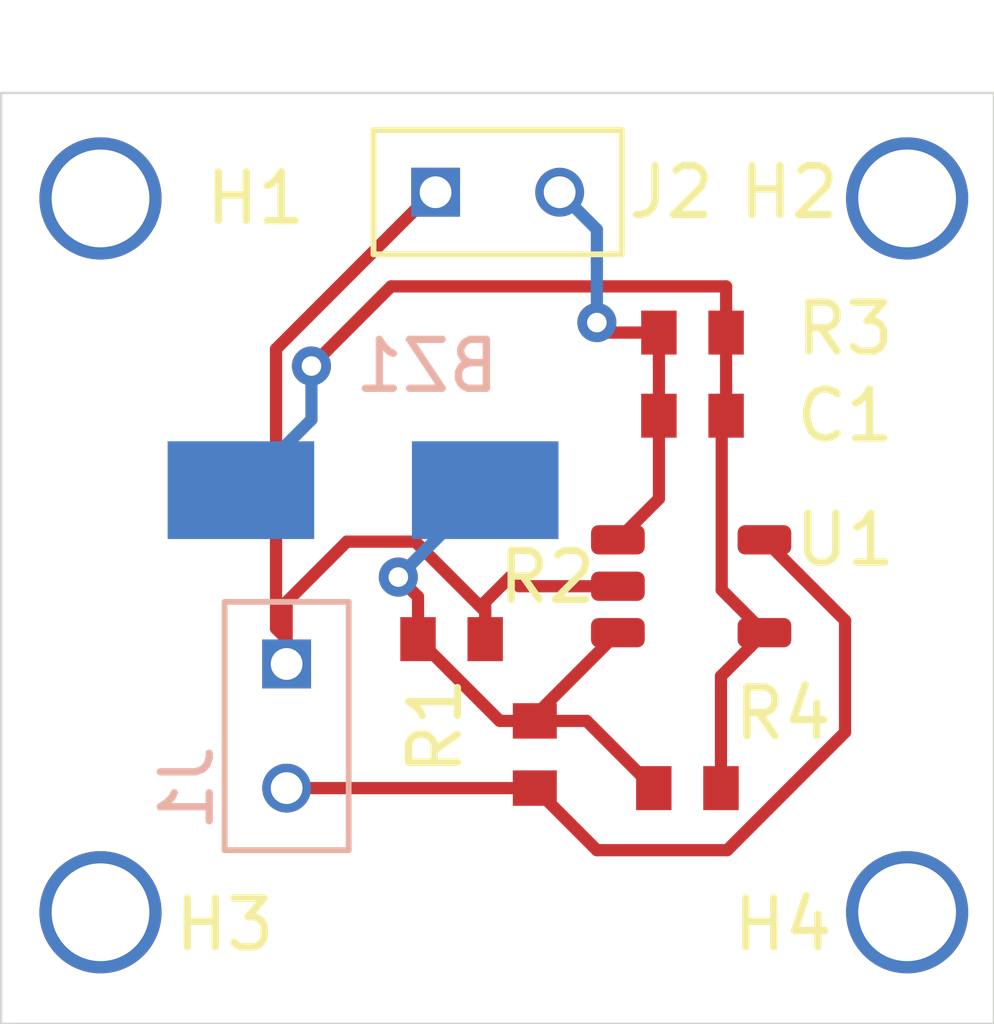
<source format=kicad_pcb>
(kicad_pcb (version 20171130) (host pcbnew 5.1.10)

  (general
    (thickness 1.6)
    (drawings 5)
    (tracks 51)
    (zones 0)
    (modules 13)
    (nets 6)
  )

  (page A4)
  (layers
    (0 F.Cu signal)
    (31 B.Cu signal)
    (32 B.Adhes user)
    (33 F.Adhes user)
    (34 B.Paste user)
    (35 F.Paste user)
    (36 B.SilkS user)
    (37 F.SilkS user)
    (38 B.Mask user)
    (39 F.Mask user)
    (40 Dwgs.User user)
    (41 Cmts.User user)
    (42 Eco1.User user)
    (43 Eco2.User user)
    (44 Edge.Cuts user)
    (45 Margin user)
    (46 B.CrtYd user hide)
    (47 F.CrtYd user hide)
    (48 B.Fab user hide)
    (49 F.Fab user hide)
  )

  (setup
    (last_trace_width 0.25)
    (trace_clearance 0.2)
    (zone_clearance 0.508)
    (zone_45_only no)
    (trace_min 0.2)
    (via_size 0.8)
    (via_drill 0.4)
    (via_min_size 0.4)
    (via_min_drill 0.3)
    (uvia_size 0.3)
    (uvia_drill 0.1)
    (uvias_allowed no)
    (uvia_min_size 0.2)
    (uvia_min_drill 0.1)
    (edge_width 0.05)
    (segment_width 0.2)
    (pcb_text_width 0.3)
    (pcb_text_size 1.5 1.5)
    (mod_edge_width 0.12)
    (mod_text_size 1 1)
    (mod_text_width 0.15)
    (pad_size 1.524 1.524)
    (pad_drill 0.762)
    (pad_to_mask_clearance 0)
    (aux_axis_origin 0 0)
    (visible_elements FFFFFF7F)
    (pcbplotparams
      (layerselection 0x010fc_ffffffff)
      (usegerberextensions false)
      (usegerberattributes true)
      (usegerberadvancedattributes true)
      (creategerberjobfile true)
      (excludeedgelayer true)
      (linewidth 0.100000)
      (plotframeref false)
      (viasonmask false)
      (mode 1)
      (useauxorigin false)
      (hpglpennumber 1)
      (hpglpenspeed 20)
      (hpglpendiameter 15.000000)
      (psnegative false)
      (psa4output false)
      (plotreference true)
      (plotvalue true)
      (plotinvisibletext false)
      (padsonsilk false)
      (subtractmaskfromsilk false)
      (outputformat 1)
      (mirror false)
      (drillshape 0)
      (scaleselection 1)
      (outputdirectory "gerbel_output/"))
  )

  (net 0 "")
  (net 1 "Net-(BZ1-Pad2)")
  (net 2 "Net-(BZ1-Pad1)")
  (net 3 "Net-(C1-Pad2)")
  (net 4 +5V)
  (net 5 GND)

  (net_class Default "This is the default net class."
    (clearance 0.2)
    (trace_width 0.25)
    (via_dia 0.8)
    (via_drill 0.4)
    (uvia_dia 0.3)
    (uvia_drill 0.1)
    (add_net +5V)
    (add_net GND)
    (add_net "Net-(BZ1-Pad1)")
    (add_net "Net-(BZ1-Pad2)")
    (add_net "Net-(C1-Pad2)")
  )

  (module exocam_charge_amp:dupont2x1 (layer F.Cu) (tedit 60AC4566) (tstamp 60AC59E9)
    (at 64.008 48.768)
    (path /60BB220E)
    (fp_text reference J2 (at 2.286 2.54) (layer F.SilkS)
      (effects (font (size 1 1) (thickness 0.15)))
    )
    (fp_text value dupont2x1 (at 0 -0.5) (layer F.Fab)
      (effects (font (size 1 1) (thickness 0.15)))
    )
    (fp_line (start -3.81 1.27) (end 1.27 1.27) (layer F.SilkS) (width 0.12))
    (fp_line (start 1.27 1.27) (end 1.27 3.81) (layer F.SilkS) (width 0.12))
    (fp_line (start 1.27 3.81) (end -3.81 3.81) (layer F.SilkS) (width 0.12))
    (fp_line (start -3.81 3.81) (end -3.81 1.27) (layer F.SilkS) (width 0.12))
    (pad 2 thru_hole circle (at 0 2.54) (size 1 1) (drill 0.65) (layers *.Cu *.Mask)
      (net 3 "Net-(C1-Pad2)"))
    (pad 1 thru_hole rect (at -2.54 2.54) (size 1 1) (drill 0.65) (layers *.Cu *.Mask)
      (net 5 GND))
  )

  (module exocam_charge_amp:mount_hole_2.5mm (layer F.Cu) (tedit 60AC5236) (tstamp 60AC5842)
    (at 72.39 62.23)
    (path /60B99959)
    (fp_text reference H4 (at -3.81 4.064) (layer F.SilkS)
      (effects (font (size 1 1) (thickness 0.15)))
    )
    (fp_text value MountingHole (at 0 -0.5) (layer F.Fab)
      (effects (font (size 1 1) (thickness 0.15)))
    )
    (pad 1 thru_hole circle (at -1.27 3.81) (size 2.5 2.5) (drill 2) (layers *.Cu *.Mask))
  )

  (module exocam_charge_amp:mount_hole_2.5mm (layer F.Cu) (tedit 60AC5236) (tstamp 60AC54CD)
    (at 55.88 62.23)
    (path /60B99095)
    (fp_text reference H3 (at 1.27 4.064) (layer F.SilkS)
      (effects (font (size 1 1) (thickness 0.15)))
    )
    (fp_text value MountingHole (at 0 -0.5) (layer F.Fab)
      (effects (font (size 1 1) (thickness 0.15)))
    )
    (pad 1 thru_hole circle (at -1.27 3.81) (size 2.5 2.5) (drill 2) (layers *.Cu *.Mask))
  )

  (module exocam_charge_amp:mount_hole_2.5mm (layer F.Cu) (tedit 60AC5236) (tstamp 60AC584E)
    (at 72.39 47.625)
    (path /60B9898F)
    (fp_text reference H2 (at -3.683 3.683) (layer F.SilkS)
      (effects (font (size 1 1) (thickness 0.15)))
    )
    (fp_text value MountingHole (at 0 -0.5) (layer F.Fab)
      (effects (font (size 1 1) (thickness 0.15)))
    )
    (pad 1 thru_hole circle (at -1.27 3.81) (size 2.5 2.5) (drill 2) (layers *.Cu *.Mask))
  )

  (module exocam_charge_amp:mount_hole_2.5mm (layer F.Cu) (tedit 60AC5236) (tstamp 60AC54C3)
    (at 55.88 47.625)
    (path /60B97329)
    (fp_text reference H1 (at 1.905 3.81) (layer F.SilkS)
      (effects (font (size 1 1) (thickness 0.15)))
    )
    (fp_text value MountingHole (at 0 -0.5) (layer F.Fab)
      (effects (font (size 1 1) (thickness 0.15)))
    )
    (pad 1 thru_hole circle (at -1.27 3.81) (size 2.5 2.5) (drill 2) (layers *.Cu *.Mask))
  )

  (module exocam_charge_amp:TLV2271DBV (layer F.Cu) (tedit 60AC35F4) (tstamp 60AC4772)
    (at 66.47 55.88)
    (path /60B61039)
    (fp_text reference U1 (at 3.38 2.54) (layer F.SilkS)
      (effects (font (size 1 1) (thickness 0.15)))
    )
    (fp_text value TLV2771CDBVT (at 0 -0.5) (layer F.Fab)
      (effects (font (size 1 1) (thickness 0.15)))
    )
    (pad 4 smd roundrect (at 1.73 4.44) (size 1.1 0.6) (layers F.Cu F.Paste F.Mask) (roundrect_rratio 0.25)
      (net 2 "Net-(BZ1-Pad1)"))
    (pad 3 smd roundrect (at -1.27 4.44) (size 1.1 0.6) (layers F.Cu F.Paste F.Mask) (roundrect_rratio 0.25)
      (net 1 "Net-(BZ1-Pad2)"))
    (pad 2 smd roundrect (at -1.27 3.49) (size 1.1 0.6) (layers F.Cu F.Paste F.Mask) (roundrect_rratio 0.25)
      (net 5 GND))
    (pad 5 smd roundrect (at 1.73 2.54) (size 1.1 0.6) (layers F.Cu F.Paste F.Mask) (roundrect_rratio 0.25)
      (net 4 +5V))
    (pad 1 smd roundrect (at -1.27 2.54) (size 1.1 0.6) (layers F.Cu F.Paste F.Mask) (roundrect_rratio 0.25)
      (net 3 "Net-(C1-Pad2)"))
  )

  (module exocam_charge_amp:0603_R (layer F.Cu) (tedit 60AC3F9B) (tstamp 60AC4769)
    (at 67.205 60.96)
    (path /60AECA35)
    (fp_text reference R4 (at 1.375 1.016) (layer F.SilkS)
      (effects (font (size 1 1) (thickness 0.15)))
    )
    (fp_text value 1M (at 0 -0.5) (layer F.Fab)
      (effects (font (size 1 1) (thickness 0.15)))
    )
    (pad 2 smd rect (at 0.105 2.54) (size 0.725 0.9) (layers F.Cu F.Paste F.Mask)
      (net 2 "Net-(BZ1-Pad1)"))
    (pad 1 smd rect (at -1.27 2.54) (size 0.725 0.9) (layers F.Cu F.Paste F.Mask)
      (net 1 "Net-(BZ1-Pad2)"))
  )

  (module exocam_charge_amp:0603_R (layer F.Cu) (tedit 60AC3F9B) (tstamp 60AC4763)
    (at 66.145 56.72 180)
    (path /60ACB29B)
    (fp_text reference R3 (at -3.705 2.618) (layer F.SilkS)
      (effects (font (size 1 1) (thickness 0.15)))
    )
    (fp_text value 1M (at 0 -0.5) (layer F.Fab)
      (effects (font (size 1 1) (thickness 0.15)))
    )
    (pad 2 smd rect (at 0.105 2.54 180) (size 0.725 0.9) (layers F.Cu F.Paste F.Mask)
      (net 3 "Net-(C1-Pad2)"))
    (pad 1 smd rect (at -1.27 2.54 180) (size 0.725 0.9) (layers F.Cu F.Paste F.Mask)
      (net 2 "Net-(BZ1-Pad1)"))
  )

  (module exocam_charge_amp:0603_R (layer F.Cu) (tedit 60AC3F9B) (tstamp 60AC4BDC)
    (at 62.379 57.912)
    (path /60AC57F6)
    (fp_text reference R2 (at 1.375 1.27) (layer F.SilkS)
      (effects (font (size 1 1) (thickness 0.15)))
    )
    (fp_text value 1k (at 0 -0.5) (layer F.Fab)
      (effects (font (size 1 1) (thickness 0.15)))
    )
    (pad 2 smd rect (at 0.105 2.54) (size 0.725 0.9) (layers F.Cu F.Paste F.Mask)
      (net 5 GND))
    (pad 1 smd rect (at -1.27 2.54) (size 0.725 0.9) (layers F.Cu F.Paste F.Mask)
      (net 1 "Net-(BZ1-Pad2)"))
  )

  (module exocam_charge_amp:0603_R (layer F.Cu) (tedit 60AC3F9B) (tstamp 60AC4757)
    (at 60.96 62.23 90)
    (path /60AC52F9)
    (fp_text reference R1 (at 0 0.5 90) (layer F.SilkS)
      (effects (font (size 1 1) (thickness 0.15)))
    )
    (fp_text value 1k (at 0 -0.5 90) (layer F.Fab)
      (effects (font (size 1 1) (thickness 0.15)))
    )
    (pad 2 smd rect (at 0.105 2.54 90) (size 0.725 0.9) (layers F.Cu F.Paste F.Mask)
      (net 1 "Net-(BZ1-Pad2)"))
    (pad 1 smd rect (at -1.27 2.54 90) (size 0.725 0.9) (layers F.Cu F.Paste F.Mask)
      (net 4 +5V))
  )

  (module exocam_charge_amp:dupont2x1 (layer B.Cu) (tedit 60AC4566) (tstamp 60AC4751)
    (at 55.88 63.5 270)
    (path /60B80DC6)
    (fp_text reference J1 (at 0 -0.5 90) (layer B.SilkS)
      (effects (font (size 1 1) (thickness 0.15)) (justify mirror))
    )
    (fp_text value dupont2x1 (at 0 0.5 90) (layer B.Fab)
      (effects (font (size 1 1) (thickness 0.15)) (justify mirror))
    )
    (fp_line (start -3.81 -1.27) (end 1.27 -1.27) (layer B.SilkS) (width 0.12))
    (fp_line (start 1.27 -1.27) (end 1.27 -3.81) (layer B.SilkS) (width 0.12))
    (fp_line (start 1.27 -3.81) (end -3.81 -3.81) (layer B.SilkS) (width 0.12))
    (fp_line (start -3.81 -3.81) (end -3.81 -1.27) (layer B.SilkS) (width 0.12))
    (pad 2 thru_hole circle (at 0 -2.54 270) (size 1 1) (drill 0.65) (layers *.Cu *.Mask)
      (net 4 +5V))
    (pad 1 thru_hole rect (at -2.54 -2.54 270) (size 1 1) (drill 0.65) (layers *.Cu *.Mask)
      (net 5 GND))
  )

  (module exocam_charge_amp:0603_R (layer F.Cu) (tedit 60AC3F9B) (tstamp 60AC4747)
    (at 66.145 58.42 180)
    (path /60AC9C31)
    (fp_text reference C1 (at -3.705 2.54) (layer F.SilkS)
      (effects (font (size 1 1) (thickness 0.15)))
    )
    (fp_text value 5pF (at 0 -0.5) (layer F.Fab)
      (effects (font (size 1 1) (thickness 0.15)))
    )
    (pad 2 smd rect (at 0.105 2.54 180) (size 0.725 0.9) (layers F.Cu F.Paste F.Mask)
      (net 3 "Net-(C1-Pad2)"))
    (pad 1 smd rect (at -1.27 2.54 180) (size 0.725 0.9) (layers F.Cu F.Paste F.Mask)
      (net 2 "Net-(BZ1-Pad1)"))
  )

  (module exocam_charge_amp:piezo_buzzer (layer B.Cu) (tedit 60AC40D4) (tstamp 60AC4741)
    (at 60.024 59.944)
    (path /60AEB9E7)
    (fp_text reference BZ1 (at 1.27 -5.08) (layer B.SilkS)
      (effects (font (size 1 1) (thickness 0.15)) (justify mirror))
    )
    (fp_text value Buzzer (at 0 0.5) (layer B.Fab)
      (effects (font (size 1 1) (thickness 0.15)) (justify mirror))
    )
    (pad 2 smd rect (at 2.46 -2.54) (size 3 2) (layers B.Cu B.Paste B.Mask)
      (net 1 "Net-(BZ1-Pad2)"))
    (pad 1 smd rect (at -2.54 -2.54) (size 3 2) (layers B.Cu B.Paste B.Mask)
      (net 2 "Net-(BZ1-Pad1)"))
  )

  (gr_line (start 52.578 68.326) (end 52.578 49.276) (layer Edge.Cuts) (width 0.05) (tstamp 60AC5864))
  (gr_line (start 52.832 68.326) (end 52.578 68.326) (layer Edge.Cuts) (width 0.05))
  (gr_line (start 72.898 68.326) (end 52.832 68.326) (layer Edge.Cuts) (width 0.05))
  (gr_line (start 72.898 49.276) (end 72.898 68.326) (layer Edge.Cuts) (width 0.05))
  (gr_line (start 52.578 49.276) (end 72.898 49.276) (layer Edge.Cuts) (width 0.05))

  (segment (start 63.5 62.02) (end 65.2 60.32) (width 0.25) (layer F.Cu) (net 1))
  (segment (start 63.5 62.125) (end 63.5 62.02) (width 0.25) (layer F.Cu) (net 1))
  (segment (start 64.56 62.125) (end 65.935 63.5) (width 0.25) (layer F.Cu) (net 1))
  (segment (start 63.5 62.125) (end 64.56 62.125) (width 0.25) (layer F.Cu) (net 1))
  (via (at 60.706 59.182) (size 0.8) (drill 0.4) (layers F.Cu B.Cu) (net 1))
  (segment (start 62.782 62.125) (end 63.5 62.125) (width 0.25) (layer F.Cu) (net 1))
  (segment (start 61.109 60.452) (end 62.782 62.125) (width 0.25) (layer F.Cu) (net 1))
  (segment (start 60.706 59.182) (end 62.484 57.404) (width 0.25) (layer B.Cu) (net 1))
  (segment (start 61.109 59.585) (end 60.706 59.182) (width 0.25) (layer F.Cu) (net 1))
  (segment (start 61.109 60.452) (end 61.109 59.585) (width 0.25) (layer F.Cu) (net 1))
  (via (at 58.928 54.864) (size 0.8) (drill 0.4) (layers F.Cu B.Cu) (net 2) (tstamp 60AC4E70))
  (segment (start 67.31 61.21) (end 68.2 60.32) (width 0.25) (layer F.Cu) (net 2))
  (segment (start 67.31 63.5) (end 67.31 61.21) (width 0.25) (layer F.Cu) (net 2))
  (segment (start 67.32499 59.44499) (end 68.2 60.32) (width 0.25) (layer F.Cu) (net 2))
  (segment (start 67.32499 55.97001) (end 67.32499 59.44499) (width 0.25) (layer F.Cu) (net 2))
  (segment (start 67.415 55.88) (end 67.32499 55.97001) (width 0.25) (layer F.Cu) (net 2))
  (segment (start 67.415 54.18) (end 67.415 55.88) (width 0.25) (layer F.Cu) (net 2))
  (segment (start 60.557 53.235) (end 58.928 54.864) (width 0.25) (layer F.Cu) (net 2))
  (segment (start 67.415 53.235) (end 60.557 53.235) (width 0.25) (layer F.Cu) (net 2))
  (segment (start 67.415 54.18) (end 67.415 53.235) (width 0.25) (layer F.Cu) (net 2))
  (segment (start 58.928 55.96) (end 57.484 57.404) (width 0.25) (layer B.Cu) (net 2))
  (segment (start 58.928 54.864) (end 58.928 55.96) (width 0.25) (layer B.Cu) (net 2))
  (segment (start 66.04 57.58) (end 65.2 58.42) (width 0.25) (layer F.Cu) (net 3))
  (segment (start 66.04 55.88) (end 66.04 57.58) (width 0.25) (layer F.Cu) (net 3))
  (segment (start 66.04 54.18) (end 66.04 54.18) (width 0.25) (layer F.Cu) (net 3))
  (segment (start 66.04 54.18) (end 66.04 55.88) (width 0.25) (layer F.Cu) (net 3) (tstamp 60AC5A9B))
  (via (at 64.77 53.975) (size 0.8) (drill 0.4) (layers F.Cu B.Cu) (net 3))
  (segment (start 64.975 54.18) (end 64.77 53.975) (width 0.25) (layer F.Cu) (net 3))
  (segment (start 66.04 54.18) (end 64.975 54.18) (width 0.25) (layer F.Cu) (net 3))
  (segment (start 64.77 52.07) (end 64.008 51.308) (width 0.25) (layer B.Cu) (net 3))
  (segment (start 64.77 53.975) (end 64.77 52.07) (width 0.25) (layer B.Cu) (net 3))
  (segment (start 58.42 63.5) (end 63.5 63.5) (width 0.25) (layer F.Cu) (net 4))
  (segment (start 63.5 63.5) (end 64.77 64.77) (width 0.25) (layer F.Cu) (net 4))
  (segment (start 67.437502 64.77) (end 69.85 62.357502) (width 0.25) (layer F.Cu) (net 4))
  (segment (start 64.77 64.77) (end 67.437502 64.77) (width 0.25) (layer F.Cu) (net 4))
  (segment (start 69.85 60.07) (end 68.2 58.42) (width 0.25) (layer F.Cu) (net 4))
  (segment (start 69.85 62.357502) (end 69.85 60.07) (width 0.25) (layer F.Cu) (net 4))
  (segment (start 63.18 59.37) (end 65.2 59.37) (width 0.25) (layer F.Cu) (net 5))
  (segment (start 62.484 59.69) (end 62.992 59.182) (width 0.25) (layer F.Cu) (net 5))
  (segment (start 62.484 60.452) (end 62.484 59.69) (width 0.25) (layer F.Cu) (net 5))
  (segment (start 62.992 59.182) (end 63.18 59.37) (width 0.25) (layer F.Cu) (net 5))
  (segment (start 62.484 59.886998) (end 62.484 60.452) (width 0.25) (layer F.Cu) (net 5))
  (segment (start 61.054001 58.456999) (end 62.484 59.886998) (width 0.25) (layer F.Cu) (net 5))
  (segment (start 59.653001 58.456999) (end 61.054001 58.456999) (width 0.25) (layer F.Cu) (net 5))
  (segment (start 58.42 59.69) (end 59.653001 58.456999) (width 0.25) (layer F.Cu) (net 5))
  (segment (start 61.410998 51.308) (end 61.468 51.308) (width 0.25) (layer F.Cu) (net 5))
  (segment (start 58.202999 54.515999) (end 61.410998 51.308) (width 0.25) (layer F.Cu) (net 5))
  (segment (start 58.202999 60.234999) (end 58.202999 54.515999) (width 0.25) (layer F.Cu) (net 5))
  (segment (start 58.42 60.96) (end 58.42 60.452) (width 0.25) (layer F.Cu) (net 5))
  (segment (start 58.42 60.452) (end 58.202999 60.234999) (width 0.25) (layer F.Cu) (net 5))
  (segment (start 58.42 60.452) (end 58.42 59.69) (width 0.25) (layer F.Cu) (net 5))

)

</source>
